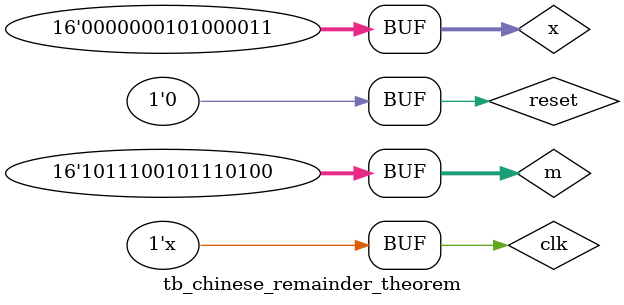
<source format=v>
`timescale 1ns / 1ps

/** @module : tb_chinese_remainder_theorem
 *  @author : Secure Trusted and Assured Microelectronics (STAM) Center

 *  Copyright (c) 2023 PQC.Secure (STAM/SCAI/ASU)
 *  Permission is hereby granted, free of charge, to any person obtaining a copy
 *  of this software and associated documentation files (the "Software"), to deal
 *  in the Software without restriction, including without limitation the rights
 *  to use, copy, modify, merge, publish, distribute, sublicense, and/or sell
 *  copies of the Software, and to permit persons to whom the Software is
 *  furnished to do so, subject to the following conditions:
 *  The above copyright notice and this permission notice shall be included in
 *  all copies or substantial portions of the Software.
 *
 *  THE SOFTWARE IS PROVIDED "AS IS", WITHOUT WARRANTY OF ANY KIND, EXPRESS OR
 *  IMPLIED, INCLUDING BUT NOT LIMITED TO THE WARRANTIES OF MERCHANTABILITY,
 *  FITNESS FOR A PARTICULAR PURPOSE AND NONINFRINGEMENT. IN NO EVENT SHALL THE
 *  AUTHORS OR COPYRIGHT HOLDERS BE LIABLE FOR ANY CLAIM, DAMAGES OR OTHER
 *  LIABILITY, WHETHER IN AN ACTION OF CONTRACT, TORT OR OTHERWISE, ARISING FROM,
 *  OUT OF OR IN CONNECTION WITH THE SOFTWARE OR THE USE OR OTHER DEALINGS IN
 *  THE SOFTWARE.
 *
 *
 */

module tb_chinese_remainder_theorem;

reg clk, reset;
reg [15:0] m;
reg [15:0] x;
wire [15:0] result;

chinese_remainder_theorem dut(clk, reset, m, x, result);

always #5 clk = ~clk;

initial begin
    clk = 0;
    reset = 1;
    #10; reset = 0;
    m = {4'd11, 4'd9, 4'd7, 4'd4};
    x = {4'd0, 4'd1, 4'd4, 4'd3};
end 

endmodule

</source>
